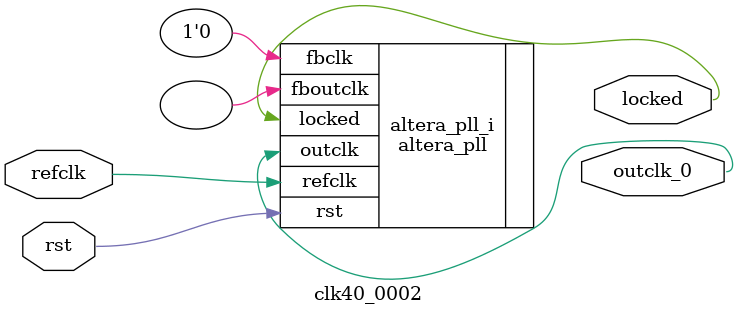
<source format=v>
`timescale 1ns/10ps
module  clk40_0002(

	// interface 'refclk'
	input wire refclk,

	// interface 'reset'
	input wire rst,

	// interface 'outclk0'
	output wire outclk_0,

	// interface 'locked'
	output wire locked
);

	altera_pll #(
		.fractional_vco_multiplier("false"),
		.reference_clock_frequency("50.0 MHz"),
		.operation_mode("direct"),
		.number_of_clocks(1),
		.output_clock_frequency0("40.000000 MHz"),
		.phase_shift0("0 ps"),
		.duty_cycle0(50),
		.output_clock_frequency1("0 MHz"),
		.phase_shift1("0 ps"),
		.duty_cycle1(50),
		.output_clock_frequency2("0 MHz"),
		.phase_shift2("0 ps"),
		.duty_cycle2(50),
		.output_clock_frequency3("0 MHz"),
		.phase_shift3("0 ps"),
		.duty_cycle3(50),
		.output_clock_frequency4("0 MHz"),
		.phase_shift4("0 ps"),
		.duty_cycle4(50),
		.output_clock_frequency5("0 MHz"),
		.phase_shift5("0 ps"),
		.duty_cycle5(50),
		.output_clock_frequency6("0 MHz"),
		.phase_shift6("0 ps"),
		.duty_cycle6(50),
		.output_clock_frequency7("0 MHz"),
		.phase_shift7("0 ps"),
		.duty_cycle7(50),
		.output_clock_frequency8("0 MHz"),
		.phase_shift8("0 ps"),
		.duty_cycle8(50),
		.output_clock_frequency9("0 MHz"),
		.phase_shift9("0 ps"),
		.duty_cycle9(50),
		.output_clock_frequency10("0 MHz"),
		.phase_shift10("0 ps"),
		.duty_cycle10(50),
		.output_clock_frequency11("0 MHz"),
		.phase_shift11("0 ps"),
		.duty_cycle11(50),
		.output_clock_frequency12("0 MHz"),
		.phase_shift12("0 ps"),
		.duty_cycle12(50),
		.output_clock_frequency13("0 MHz"),
		.phase_shift13("0 ps"),
		.duty_cycle13(50),
		.output_clock_frequency14("0 MHz"),
		.phase_shift14("0 ps"),
		.duty_cycle14(50),
		.output_clock_frequency15("0 MHz"),
		.phase_shift15("0 ps"),
		.duty_cycle15(50),
		.output_clock_frequency16("0 MHz"),
		.phase_shift16("0 ps"),
		.duty_cycle16(50),
		.output_clock_frequency17("0 MHz"),
		.phase_shift17("0 ps"),
		.duty_cycle17(50),
		.pll_type("General"),
		.pll_subtype("General")
	) altera_pll_i (
		.rst	(rst),
		.outclk	({outclk_0}),
		.locked	(locked),
		.fboutclk	( ),
		.fbclk	(1'b0),
		.refclk	(refclk)
	);
endmodule


</source>
